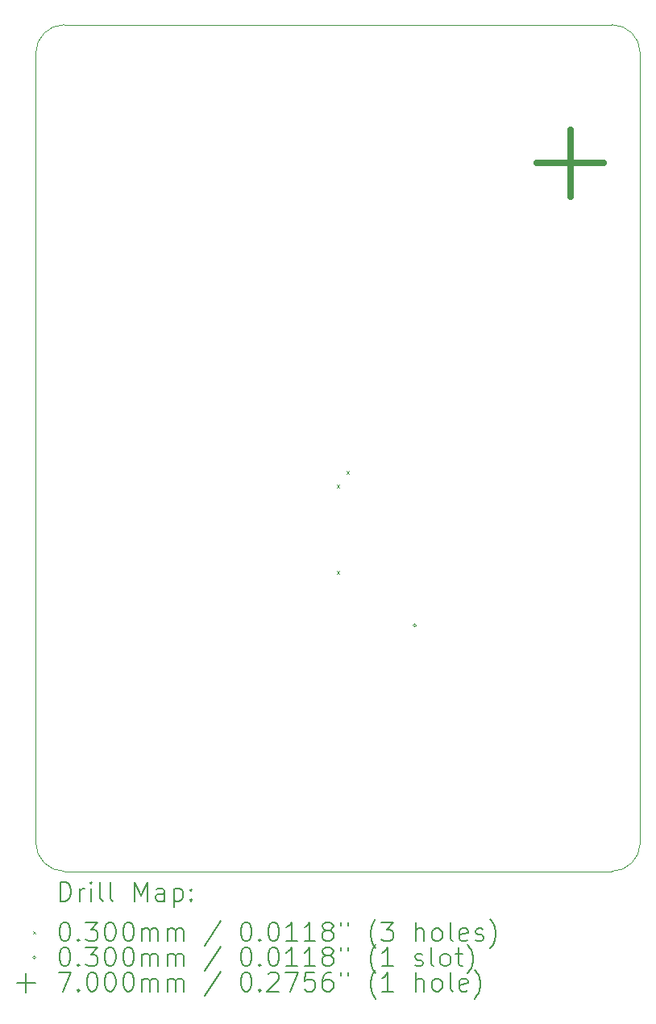
<source format=gbr>
%TF.GenerationSoftware,KiCad,Pcbnew,9.0.3*%
%TF.CreationDate,2025-07-14T03:19:36-04:00*%
%TF.ProjectId,CHEAPSUITS,43484541-5053-4554-9954-532e6b696361,rev?*%
%TF.SameCoordinates,Original*%
%TF.FileFunction,Drillmap*%
%TF.FilePolarity,Positive*%
%FSLAX45Y45*%
G04 Gerber Fmt 4.5, Leading zero omitted, Abs format (unit mm)*
G04 Created by KiCad (PCBNEW 9.0.3) date 2025-07-14 03:19:36*
%MOMM*%
%LPD*%
G01*
G04 APERTURE LIST*
%ADD10C,0.050000*%
%ADD11C,0.200000*%
%ADD12C,0.100000*%
%ADD13C,0.700000*%
G04 APERTURE END LIST*
D10*
X17404990Y-13444990D02*
X11654990Y-13444990D01*
X17404990Y-4554990D02*
G75*
G02*
X17704990Y-4854990I0J-300000D01*
G01*
X17704990Y-13144990D02*
G75*
G02*
X17404990Y-13444990I-300000J0D01*
G01*
X11354990Y-13144990D02*
X11354990Y-4854990D01*
X11354990Y-4854990D02*
G75*
G02*
X11654990Y-4554990I300000J0D01*
G01*
X17704990Y-4854990D02*
X17704990Y-13144990D01*
X11654990Y-13444990D02*
G75*
G02*
X11354990Y-13144990I0J300000D01*
G01*
X11654990Y-4554990D02*
X17404990Y-4554990D01*
D11*
D12*
X14515000Y-9385000D02*
X14545000Y-9415000D01*
X14545000Y-9385000D02*
X14515000Y-9415000D01*
X14515000Y-10295000D02*
X14545000Y-10325000D01*
X14545000Y-10295000D02*
X14515000Y-10325000D01*
X14615000Y-9245000D02*
X14645000Y-9275000D01*
X14645000Y-9245000D02*
X14615000Y-9275000D01*
X15350610Y-10863500D02*
G75*
G02*
X15320590Y-10863500I-15010J0D01*
G01*
X15320590Y-10863500D02*
G75*
G02*
X15350610Y-10863500I15010J0D01*
G01*
X15320590Y-10863485D02*
X15320590Y-10863515D01*
X15350610Y-10863515D02*
G75*
G02*
X15320590Y-10863515I-15010J0D01*
G01*
X15350610Y-10863515D02*
X15350610Y-10863485D01*
X15350610Y-10863485D02*
G75*
G03*
X15320590Y-10863485I-15010J0D01*
G01*
D13*
X16970000Y-5660000D02*
X16970000Y-6360000D01*
X16620000Y-6010000D02*
X17320000Y-6010000D01*
D11*
X11613267Y-13758974D02*
X11613267Y-13558974D01*
X11613267Y-13558974D02*
X11660886Y-13558974D01*
X11660886Y-13558974D02*
X11689457Y-13568498D01*
X11689457Y-13568498D02*
X11708505Y-13587545D01*
X11708505Y-13587545D02*
X11718029Y-13606593D01*
X11718029Y-13606593D02*
X11727552Y-13644688D01*
X11727552Y-13644688D02*
X11727552Y-13673259D01*
X11727552Y-13673259D02*
X11718029Y-13711355D01*
X11718029Y-13711355D02*
X11708505Y-13730402D01*
X11708505Y-13730402D02*
X11689457Y-13749450D01*
X11689457Y-13749450D02*
X11660886Y-13758974D01*
X11660886Y-13758974D02*
X11613267Y-13758974D01*
X11813267Y-13758974D02*
X11813267Y-13625640D01*
X11813267Y-13663736D02*
X11822791Y-13644688D01*
X11822791Y-13644688D02*
X11832314Y-13635164D01*
X11832314Y-13635164D02*
X11851362Y-13625640D01*
X11851362Y-13625640D02*
X11870410Y-13625640D01*
X11937076Y-13758974D02*
X11937076Y-13625640D01*
X11937076Y-13558974D02*
X11927552Y-13568498D01*
X11927552Y-13568498D02*
X11937076Y-13578021D01*
X11937076Y-13578021D02*
X11946600Y-13568498D01*
X11946600Y-13568498D02*
X11937076Y-13558974D01*
X11937076Y-13558974D02*
X11937076Y-13578021D01*
X12060886Y-13758974D02*
X12041838Y-13749450D01*
X12041838Y-13749450D02*
X12032314Y-13730402D01*
X12032314Y-13730402D02*
X12032314Y-13558974D01*
X12165648Y-13758974D02*
X12146600Y-13749450D01*
X12146600Y-13749450D02*
X12137076Y-13730402D01*
X12137076Y-13730402D02*
X12137076Y-13558974D01*
X12394219Y-13758974D02*
X12394219Y-13558974D01*
X12394219Y-13558974D02*
X12460886Y-13701831D01*
X12460886Y-13701831D02*
X12527552Y-13558974D01*
X12527552Y-13558974D02*
X12527552Y-13758974D01*
X12708505Y-13758974D02*
X12708505Y-13654212D01*
X12708505Y-13654212D02*
X12698981Y-13635164D01*
X12698981Y-13635164D02*
X12679933Y-13625640D01*
X12679933Y-13625640D02*
X12641838Y-13625640D01*
X12641838Y-13625640D02*
X12622791Y-13635164D01*
X12708505Y-13749450D02*
X12689457Y-13758974D01*
X12689457Y-13758974D02*
X12641838Y-13758974D01*
X12641838Y-13758974D02*
X12622791Y-13749450D01*
X12622791Y-13749450D02*
X12613267Y-13730402D01*
X12613267Y-13730402D02*
X12613267Y-13711355D01*
X12613267Y-13711355D02*
X12622791Y-13692307D01*
X12622791Y-13692307D02*
X12641838Y-13682783D01*
X12641838Y-13682783D02*
X12689457Y-13682783D01*
X12689457Y-13682783D02*
X12708505Y-13673259D01*
X12803743Y-13625640D02*
X12803743Y-13825640D01*
X12803743Y-13635164D02*
X12822791Y-13625640D01*
X12822791Y-13625640D02*
X12860886Y-13625640D01*
X12860886Y-13625640D02*
X12879933Y-13635164D01*
X12879933Y-13635164D02*
X12889457Y-13644688D01*
X12889457Y-13644688D02*
X12898981Y-13663736D01*
X12898981Y-13663736D02*
X12898981Y-13720878D01*
X12898981Y-13720878D02*
X12889457Y-13739926D01*
X12889457Y-13739926D02*
X12879933Y-13749450D01*
X12879933Y-13749450D02*
X12860886Y-13758974D01*
X12860886Y-13758974D02*
X12822791Y-13758974D01*
X12822791Y-13758974D02*
X12803743Y-13749450D01*
X12984695Y-13739926D02*
X12994219Y-13749450D01*
X12994219Y-13749450D02*
X12984695Y-13758974D01*
X12984695Y-13758974D02*
X12975172Y-13749450D01*
X12975172Y-13749450D02*
X12984695Y-13739926D01*
X12984695Y-13739926D02*
X12984695Y-13758974D01*
X12984695Y-13635164D02*
X12994219Y-13644688D01*
X12994219Y-13644688D02*
X12984695Y-13654212D01*
X12984695Y-13654212D02*
X12975172Y-13644688D01*
X12975172Y-13644688D02*
X12984695Y-13635164D01*
X12984695Y-13635164D02*
X12984695Y-13654212D01*
D12*
X11322490Y-14072490D02*
X11352490Y-14102490D01*
X11352490Y-14072490D02*
X11322490Y-14102490D01*
D11*
X11651362Y-13978974D02*
X11670410Y-13978974D01*
X11670410Y-13978974D02*
X11689457Y-13988498D01*
X11689457Y-13988498D02*
X11698981Y-13998021D01*
X11698981Y-13998021D02*
X11708505Y-14017069D01*
X11708505Y-14017069D02*
X11718029Y-14055164D01*
X11718029Y-14055164D02*
X11718029Y-14102783D01*
X11718029Y-14102783D02*
X11708505Y-14140878D01*
X11708505Y-14140878D02*
X11698981Y-14159926D01*
X11698981Y-14159926D02*
X11689457Y-14169450D01*
X11689457Y-14169450D02*
X11670410Y-14178974D01*
X11670410Y-14178974D02*
X11651362Y-14178974D01*
X11651362Y-14178974D02*
X11632314Y-14169450D01*
X11632314Y-14169450D02*
X11622791Y-14159926D01*
X11622791Y-14159926D02*
X11613267Y-14140878D01*
X11613267Y-14140878D02*
X11603743Y-14102783D01*
X11603743Y-14102783D02*
X11603743Y-14055164D01*
X11603743Y-14055164D02*
X11613267Y-14017069D01*
X11613267Y-14017069D02*
X11622791Y-13998021D01*
X11622791Y-13998021D02*
X11632314Y-13988498D01*
X11632314Y-13988498D02*
X11651362Y-13978974D01*
X11803743Y-14159926D02*
X11813267Y-14169450D01*
X11813267Y-14169450D02*
X11803743Y-14178974D01*
X11803743Y-14178974D02*
X11794219Y-14169450D01*
X11794219Y-14169450D02*
X11803743Y-14159926D01*
X11803743Y-14159926D02*
X11803743Y-14178974D01*
X11879933Y-13978974D02*
X12003743Y-13978974D01*
X12003743Y-13978974D02*
X11937076Y-14055164D01*
X11937076Y-14055164D02*
X11965648Y-14055164D01*
X11965648Y-14055164D02*
X11984695Y-14064688D01*
X11984695Y-14064688D02*
X11994219Y-14074212D01*
X11994219Y-14074212D02*
X12003743Y-14093259D01*
X12003743Y-14093259D02*
X12003743Y-14140878D01*
X12003743Y-14140878D02*
X11994219Y-14159926D01*
X11994219Y-14159926D02*
X11984695Y-14169450D01*
X11984695Y-14169450D02*
X11965648Y-14178974D01*
X11965648Y-14178974D02*
X11908505Y-14178974D01*
X11908505Y-14178974D02*
X11889457Y-14169450D01*
X11889457Y-14169450D02*
X11879933Y-14159926D01*
X12127552Y-13978974D02*
X12146600Y-13978974D01*
X12146600Y-13978974D02*
X12165648Y-13988498D01*
X12165648Y-13988498D02*
X12175172Y-13998021D01*
X12175172Y-13998021D02*
X12184695Y-14017069D01*
X12184695Y-14017069D02*
X12194219Y-14055164D01*
X12194219Y-14055164D02*
X12194219Y-14102783D01*
X12194219Y-14102783D02*
X12184695Y-14140878D01*
X12184695Y-14140878D02*
X12175172Y-14159926D01*
X12175172Y-14159926D02*
X12165648Y-14169450D01*
X12165648Y-14169450D02*
X12146600Y-14178974D01*
X12146600Y-14178974D02*
X12127552Y-14178974D01*
X12127552Y-14178974D02*
X12108505Y-14169450D01*
X12108505Y-14169450D02*
X12098981Y-14159926D01*
X12098981Y-14159926D02*
X12089457Y-14140878D01*
X12089457Y-14140878D02*
X12079933Y-14102783D01*
X12079933Y-14102783D02*
X12079933Y-14055164D01*
X12079933Y-14055164D02*
X12089457Y-14017069D01*
X12089457Y-14017069D02*
X12098981Y-13998021D01*
X12098981Y-13998021D02*
X12108505Y-13988498D01*
X12108505Y-13988498D02*
X12127552Y-13978974D01*
X12318029Y-13978974D02*
X12337076Y-13978974D01*
X12337076Y-13978974D02*
X12356124Y-13988498D01*
X12356124Y-13988498D02*
X12365648Y-13998021D01*
X12365648Y-13998021D02*
X12375172Y-14017069D01*
X12375172Y-14017069D02*
X12384695Y-14055164D01*
X12384695Y-14055164D02*
X12384695Y-14102783D01*
X12384695Y-14102783D02*
X12375172Y-14140878D01*
X12375172Y-14140878D02*
X12365648Y-14159926D01*
X12365648Y-14159926D02*
X12356124Y-14169450D01*
X12356124Y-14169450D02*
X12337076Y-14178974D01*
X12337076Y-14178974D02*
X12318029Y-14178974D01*
X12318029Y-14178974D02*
X12298981Y-14169450D01*
X12298981Y-14169450D02*
X12289457Y-14159926D01*
X12289457Y-14159926D02*
X12279933Y-14140878D01*
X12279933Y-14140878D02*
X12270410Y-14102783D01*
X12270410Y-14102783D02*
X12270410Y-14055164D01*
X12270410Y-14055164D02*
X12279933Y-14017069D01*
X12279933Y-14017069D02*
X12289457Y-13998021D01*
X12289457Y-13998021D02*
X12298981Y-13988498D01*
X12298981Y-13988498D02*
X12318029Y-13978974D01*
X12470410Y-14178974D02*
X12470410Y-14045640D01*
X12470410Y-14064688D02*
X12479933Y-14055164D01*
X12479933Y-14055164D02*
X12498981Y-14045640D01*
X12498981Y-14045640D02*
X12527553Y-14045640D01*
X12527553Y-14045640D02*
X12546600Y-14055164D01*
X12546600Y-14055164D02*
X12556124Y-14074212D01*
X12556124Y-14074212D02*
X12556124Y-14178974D01*
X12556124Y-14074212D02*
X12565648Y-14055164D01*
X12565648Y-14055164D02*
X12584695Y-14045640D01*
X12584695Y-14045640D02*
X12613267Y-14045640D01*
X12613267Y-14045640D02*
X12632314Y-14055164D01*
X12632314Y-14055164D02*
X12641838Y-14074212D01*
X12641838Y-14074212D02*
X12641838Y-14178974D01*
X12737076Y-14178974D02*
X12737076Y-14045640D01*
X12737076Y-14064688D02*
X12746600Y-14055164D01*
X12746600Y-14055164D02*
X12765648Y-14045640D01*
X12765648Y-14045640D02*
X12794219Y-14045640D01*
X12794219Y-14045640D02*
X12813267Y-14055164D01*
X12813267Y-14055164D02*
X12822791Y-14074212D01*
X12822791Y-14074212D02*
X12822791Y-14178974D01*
X12822791Y-14074212D02*
X12832314Y-14055164D01*
X12832314Y-14055164D02*
X12851362Y-14045640D01*
X12851362Y-14045640D02*
X12879933Y-14045640D01*
X12879933Y-14045640D02*
X12898981Y-14055164D01*
X12898981Y-14055164D02*
X12908505Y-14074212D01*
X12908505Y-14074212D02*
X12908505Y-14178974D01*
X13298981Y-13969450D02*
X13127553Y-14226593D01*
X13556124Y-13978974D02*
X13575172Y-13978974D01*
X13575172Y-13978974D02*
X13594219Y-13988498D01*
X13594219Y-13988498D02*
X13603743Y-13998021D01*
X13603743Y-13998021D02*
X13613267Y-14017069D01*
X13613267Y-14017069D02*
X13622791Y-14055164D01*
X13622791Y-14055164D02*
X13622791Y-14102783D01*
X13622791Y-14102783D02*
X13613267Y-14140878D01*
X13613267Y-14140878D02*
X13603743Y-14159926D01*
X13603743Y-14159926D02*
X13594219Y-14169450D01*
X13594219Y-14169450D02*
X13575172Y-14178974D01*
X13575172Y-14178974D02*
X13556124Y-14178974D01*
X13556124Y-14178974D02*
X13537076Y-14169450D01*
X13537076Y-14169450D02*
X13527553Y-14159926D01*
X13527553Y-14159926D02*
X13518029Y-14140878D01*
X13518029Y-14140878D02*
X13508505Y-14102783D01*
X13508505Y-14102783D02*
X13508505Y-14055164D01*
X13508505Y-14055164D02*
X13518029Y-14017069D01*
X13518029Y-14017069D02*
X13527553Y-13998021D01*
X13527553Y-13998021D02*
X13537076Y-13988498D01*
X13537076Y-13988498D02*
X13556124Y-13978974D01*
X13708505Y-14159926D02*
X13718029Y-14169450D01*
X13718029Y-14169450D02*
X13708505Y-14178974D01*
X13708505Y-14178974D02*
X13698981Y-14169450D01*
X13698981Y-14169450D02*
X13708505Y-14159926D01*
X13708505Y-14159926D02*
X13708505Y-14178974D01*
X13841838Y-13978974D02*
X13860886Y-13978974D01*
X13860886Y-13978974D02*
X13879934Y-13988498D01*
X13879934Y-13988498D02*
X13889457Y-13998021D01*
X13889457Y-13998021D02*
X13898981Y-14017069D01*
X13898981Y-14017069D02*
X13908505Y-14055164D01*
X13908505Y-14055164D02*
X13908505Y-14102783D01*
X13908505Y-14102783D02*
X13898981Y-14140878D01*
X13898981Y-14140878D02*
X13889457Y-14159926D01*
X13889457Y-14159926D02*
X13879934Y-14169450D01*
X13879934Y-14169450D02*
X13860886Y-14178974D01*
X13860886Y-14178974D02*
X13841838Y-14178974D01*
X13841838Y-14178974D02*
X13822791Y-14169450D01*
X13822791Y-14169450D02*
X13813267Y-14159926D01*
X13813267Y-14159926D02*
X13803743Y-14140878D01*
X13803743Y-14140878D02*
X13794219Y-14102783D01*
X13794219Y-14102783D02*
X13794219Y-14055164D01*
X13794219Y-14055164D02*
X13803743Y-14017069D01*
X13803743Y-14017069D02*
X13813267Y-13998021D01*
X13813267Y-13998021D02*
X13822791Y-13988498D01*
X13822791Y-13988498D02*
X13841838Y-13978974D01*
X14098981Y-14178974D02*
X13984696Y-14178974D01*
X14041838Y-14178974D02*
X14041838Y-13978974D01*
X14041838Y-13978974D02*
X14022791Y-14007545D01*
X14022791Y-14007545D02*
X14003743Y-14026593D01*
X14003743Y-14026593D02*
X13984696Y-14036117D01*
X14289457Y-14178974D02*
X14175172Y-14178974D01*
X14232315Y-14178974D02*
X14232315Y-13978974D01*
X14232315Y-13978974D02*
X14213267Y-14007545D01*
X14213267Y-14007545D02*
X14194219Y-14026593D01*
X14194219Y-14026593D02*
X14175172Y-14036117D01*
X14403743Y-14064688D02*
X14384696Y-14055164D01*
X14384696Y-14055164D02*
X14375172Y-14045640D01*
X14375172Y-14045640D02*
X14365648Y-14026593D01*
X14365648Y-14026593D02*
X14365648Y-14017069D01*
X14365648Y-14017069D02*
X14375172Y-13998021D01*
X14375172Y-13998021D02*
X14384696Y-13988498D01*
X14384696Y-13988498D02*
X14403743Y-13978974D01*
X14403743Y-13978974D02*
X14441838Y-13978974D01*
X14441838Y-13978974D02*
X14460886Y-13988498D01*
X14460886Y-13988498D02*
X14470410Y-13998021D01*
X14470410Y-13998021D02*
X14479934Y-14017069D01*
X14479934Y-14017069D02*
X14479934Y-14026593D01*
X14479934Y-14026593D02*
X14470410Y-14045640D01*
X14470410Y-14045640D02*
X14460886Y-14055164D01*
X14460886Y-14055164D02*
X14441838Y-14064688D01*
X14441838Y-14064688D02*
X14403743Y-14064688D01*
X14403743Y-14064688D02*
X14384696Y-14074212D01*
X14384696Y-14074212D02*
X14375172Y-14083736D01*
X14375172Y-14083736D02*
X14365648Y-14102783D01*
X14365648Y-14102783D02*
X14365648Y-14140878D01*
X14365648Y-14140878D02*
X14375172Y-14159926D01*
X14375172Y-14159926D02*
X14384696Y-14169450D01*
X14384696Y-14169450D02*
X14403743Y-14178974D01*
X14403743Y-14178974D02*
X14441838Y-14178974D01*
X14441838Y-14178974D02*
X14460886Y-14169450D01*
X14460886Y-14169450D02*
X14470410Y-14159926D01*
X14470410Y-14159926D02*
X14479934Y-14140878D01*
X14479934Y-14140878D02*
X14479934Y-14102783D01*
X14479934Y-14102783D02*
X14470410Y-14083736D01*
X14470410Y-14083736D02*
X14460886Y-14074212D01*
X14460886Y-14074212D02*
X14441838Y-14064688D01*
X14556124Y-13978974D02*
X14556124Y-14017069D01*
X14632315Y-13978974D02*
X14632315Y-14017069D01*
X14927553Y-14255164D02*
X14918029Y-14245640D01*
X14918029Y-14245640D02*
X14898981Y-14217069D01*
X14898981Y-14217069D02*
X14889458Y-14198021D01*
X14889458Y-14198021D02*
X14879934Y-14169450D01*
X14879934Y-14169450D02*
X14870410Y-14121831D01*
X14870410Y-14121831D02*
X14870410Y-14083736D01*
X14870410Y-14083736D02*
X14879934Y-14036117D01*
X14879934Y-14036117D02*
X14889458Y-14007545D01*
X14889458Y-14007545D02*
X14898981Y-13988498D01*
X14898981Y-13988498D02*
X14918029Y-13959926D01*
X14918029Y-13959926D02*
X14927553Y-13950402D01*
X14984696Y-13978974D02*
X15108505Y-13978974D01*
X15108505Y-13978974D02*
X15041838Y-14055164D01*
X15041838Y-14055164D02*
X15070410Y-14055164D01*
X15070410Y-14055164D02*
X15089458Y-14064688D01*
X15089458Y-14064688D02*
X15098981Y-14074212D01*
X15098981Y-14074212D02*
X15108505Y-14093259D01*
X15108505Y-14093259D02*
X15108505Y-14140878D01*
X15108505Y-14140878D02*
X15098981Y-14159926D01*
X15098981Y-14159926D02*
X15089458Y-14169450D01*
X15089458Y-14169450D02*
X15070410Y-14178974D01*
X15070410Y-14178974D02*
X15013267Y-14178974D01*
X15013267Y-14178974D02*
X14994219Y-14169450D01*
X14994219Y-14169450D02*
X14984696Y-14159926D01*
X15346600Y-14178974D02*
X15346600Y-13978974D01*
X15432315Y-14178974D02*
X15432315Y-14074212D01*
X15432315Y-14074212D02*
X15422791Y-14055164D01*
X15422791Y-14055164D02*
X15403743Y-14045640D01*
X15403743Y-14045640D02*
X15375172Y-14045640D01*
X15375172Y-14045640D02*
X15356124Y-14055164D01*
X15356124Y-14055164D02*
X15346600Y-14064688D01*
X15556124Y-14178974D02*
X15537077Y-14169450D01*
X15537077Y-14169450D02*
X15527553Y-14159926D01*
X15527553Y-14159926D02*
X15518029Y-14140878D01*
X15518029Y-14140878D02*
X15518029Y-14083736D01*
X15518029Y-14083736D02*
X15527553Y-14064688D01*
X15527553Y-14064688D02*
X15537077Y-14055164D01*
X15537077Y-14055164D02*
X15556124Y-14045640D01*
X15556124Y-14045640D02*
X15584696Y-14045640D01*
X15584696Y-14045640D02*
X15603743Y-14055164D01*
X15603743Y-14055164D02*
X15613267Y-14064688D01*
X15613267Y-14064688D02*
X15622791Y-14083736D01*
X15622791Y-14083736D02*
X15622791Y-14140878D01*
X15622791Y-14140878D02*
X15613267Y-14159926D01*
X15613267Y-14159926D02*
X15603743Y-14169450D01*
X15603743Y-14169450D02*
X15584696Y-14178974D01*
X15584696Y-14178974D02*
X15556124Y-14178974D01*
X15737077Y-14178974D02*
X15718029Y-14169450D01*
X15718029Y-14169450D02*
X15708505Y-14150402D01*
X15708505Y-14150402D02*
X15708505Y-13978974D01*
X15889458Y-14169450D02*
X15870410Y-14178974D01*
X15870410Y-14178974D02*
X15832315Y-14178974D01*
X15832315Y-14178974D02*
X15813267Y-14169450D01*
X15813267Y-14169450D02*
X15803743Y-14150402D01*
X15803743Y-14150402D02*
X15803743Y-14074212D01*
X15803743Y-14074212D02*
X15813267Y-14055164D01*
X15813267Y-14055164D02*
X15832315Y-14045640D01*
X15832315Y-14045640D02*
X15870410Y-14045640D01*
X15870410Y-14045640D02*
X15889458Y-14055164D01*
X15889458Y-14055164D02*
X15898981Y-14074212D01*
X15898981Y-14074212D02*
X15898981Y-14093259D01*
X15898981Y-14093259D02*
X15803743Y-14112307D01*
X15975172Y-14169450D02*
X15994220Y-14178974D01*
X15994220Y-14178974D02*
X16032315Y-14178974D01*
X16032315Y-14178974D02*
X16051362Y-14169450D01*
X16051362Y-14169450D02*
X16060886Y-14150402D01*
X16060886Y-14150402D02*
X16060886Y-14140878D01*
X16060886Y-14140878D02*
X16051362Y-14121831D01*
X16051362Y-14121831D02*
X16032315Y-14112307D01*
X16032315Y-14112307D02*
X16003743Y-14112307D01*
X16003743Y-14112307D02*
X15984696Y-14102783D01*
X15984696Y-14102783D02*
X15975172Y-14083736D01*
X15975172Y-14083736D02*
X15975172Y-14074212D01*
X15975172Y-14074212D02*
X15984696Y-14055164D01*
X15984696Y-14055164D02*
X16003743Y-14045640D01*
X16003743Y-14045640D02*
X16032315Y-14045640D01*
X16032315Y-14045640D02*
X16051362Y-14055164D01*
X16127553Y-14255164D02*
X16137077Y-14245640D01*
X16137077Y-14245640D02*
X16156124Y-14217069D01*
X16156124Y-14217069D02*
X16165648Y-14198021D01*
X16165648Y-14198021D02*
X16175172Y-14169450D01*
X16175172Y-14169450D02*
X16184696Y-14121831D01*
X16184696Y-14121831D02*
X16184696Y-14083736D01*
X16184696Y-14083736D02*
X16175172Y-14036117D01*
X16175172Y-14036117D02*
X16165648Y-14007545D01*
X16165648Y-14007545D02*
X16156124Y-13988498D01*
X16156124Y-13988498D02*
X16137077Y-13959926D01*
X16137077Y-13959926D02*
X16127553Y-13950402D01*
D12*
X11352490Y-14351490D02*
G75*
G02*
X11322470Y-14351490I-15010J0D01*
G01*
X11322470Y-14351490D02*
G75*
G02*
X11352490Y-14351490I15010J0D01*
G01*
D11*
X11651362Y-14242974D02*
X11670410Y-14242974D01*
X11670410Y-14242974D02*
X11689457Y-14252498D01*
X11689457Y-14252498D02*
X11698981Y-14262021D01*
X11698981Y-14262021D02*
X11708505Y-14281069D01*
X11708505Y-14281069D02*
X11718029Y-14319164D01*
X11718029Y-14319164D02*
X11718029Y-14366783D01*
X11718029Y-14366783D02*
X11708505Y-14404878D01*
X11708505Y-14404878D02*
X11698981Y-14423926D01*
X11698981Y-14423926D02*
X11689457Y-14433450D01*
X11689457Y-14433450D02*
X11670410Y-14442974D01*
X11670410Y-14442974D02*
X11651362Y-14442974D01*
X11651362Y-14442974D02*
X11632314Y-14433450D01*
X11632314Y-14433450D02*
X11622791Y-14423926D01*
X11622791Y-14423926D02*
X11613267Y-14404878D01*
X11613267Y-14404878D02*
X11603743Y-14366783D01*
X11603743Y-14366783D02*
X11603743Y-14319164D01*
X11603743Y-14319164D02*
X11613267Y-14281069D01*
X11613267Y-14281069D02*
X11622791Y-14262021D01*
X11622791Y-14262021D02*
X11632314Y-14252498D01*
X11632314Y-14252498D02*
X11651362Y-14242974D01*
X11803743Y-14423926D02*
X11813267Y-14433450D01*
X11813267Y-14433450D02*
X11803743Y-14442974D01*
X11803743Y-14442974D02*
X11794219Y-14433450D01*
X11794219Y-14433450D02*
X11803743Y-14423926D01*
X11803743Y-14423926D02*
X11803743Y-14442974D01*
X11879933Y-14242974D02*
X12003743Y-14242974D01*
X12003743Y-14242974D02*
X11937076Y-14319164D01*
X11937076Y-14319164D02*
X11965648Y-14319164D01*
X11965648Y-14319164D02*
X11984695Y-14328688D01*
X11984695Y-14328688D02*
X11994219Y-14338212D01*
X11994219Y-14338212D02*
X12003743Y-14357259D01*
X12003743Y-14357259D02*
X12003743Y-14404878D01*
X12003743Y-14404878D02*
X11994219Y-14423926D01*
X11994219Y-14423926D02*
X11984695Y-14433450D01*
X11984695Y-14433450D02*
X11965648Y-14442974D01*
X11965648Y-14442974D02*
X11908505Y-14442974D01*
X11908505Y-14442974D02*
X11889457Y-14433450D01*
X11889457Y-14433450D02*
X11879933Y-14423926D01*
X12127552Y-14242974D02*
X12146600Y-14242974D01*
X12146600Y-14242974D02*
X12165648Y-14252498D01*
X12165648Y-14252498D02*
X12175172Y-14262021D01*
X12175172Y-14262021D02*
X12184695Y-14281069D01*
X12184695Y-14281069D02*
X12194219Y-14319164D01*
X12194219Y-14319164D02*
X12194219Y-14366783D01*
X12194219Y-14366783D02*
X12184695Y-14404878D01*
X12184695Y-14404878D02*
X12175172Y-14423926D01*
X12175172Y-14423926D02*
X12165648Y-14433450D01*
X12165648Y-14433450D02*
X12146600Y-14442974D01*
X12146600Y-14442974D02*
X12127552Y-14442974D01*
X12127552Y-14442974D02*
X12108505Y-14433450D01*
X12108505Y-14433450D02*
X12098981Y-14423926D01*
X12098981Y-14423926D02*
X12089457Y-14404878D01*
X12089457Y-14404878D02*
X12079933Y-14366783D01*
X12079933Y-14366783D02*
X12079933Y-14319164D01*
X12079933Y-14319164D02*
X12089457Y-14281069D01*
X12089457Y-14281069D02*
X12098981Y-14262021D01*
X12098981Y-14262021D02*
X12108505Y-14252498D01*
X12108505Y-14252498D02*
X12127552Y-14242974D01*
X12318029Y-14242974D02*
X12337076Y-14242974D01*
X12337076Y-14242974D02*
X12356124Y-14252498D01*
X12356124Y-14252498D02*
X12365648Y-14262021D01*
X12365648Y-14262021D02*
X12375172Y-14281069D01*
X12375172Y-14281069D02*
X12384695Y-14319164D01*
X12384695Y-14319164D02*
X12384695Y-14366783D01*
X12384695Y-14366783D02*
X12375172Y-14404878D01*
X12375172Y-14404878D02*
X12365648Y-14423926D01*
X12365648Y-14423926D02*
X12356124Y-14433450D01*
X12356124Y-14433450D02*
X12337076Y-14442974D01*
X12337076Y-14442974D02*
X12318029Y-14442974D01*
X12318029Y-14442974D02*
X12298981Y-14433450D01*
X12298981Y-14433450D02*
X12289457Y-14423926D01*
X12289457Y-14423926D02*
X12279933Y-14404878D01*
X12279933Y-14404878D02*
X12270410Y-14366783D01*
X12270410Y-14366783D02*
X12270410Y-14319164D01*
X12270410Y-14319164D02*
X12279933Y-14281069D01*
X12279933Y-14281069D02*
X12289457Y-14262021D01*
X12289457Y-14262021D02*
X12298981Y-14252498D01*
X12298981Y-14252498D02*
X12318029Y-14242974D01*
X12470410Y-14442974D02*
X12470410Y-14309640D01*
X12470410Y-14328688D02*
X12479933Y-14319164D01*
X12479933Y-14319164D02*
X12498981Y-14309640D01*
X12498981Y-14309640D02*
X12527553Y-14309640D01*
X12527553Y-14309640D02*
X12546600Y-14319164D01*
X12546600Y-14319164D02*
X12556124Y-14338212D01*
X12556124Y-14338212D02*
X12556124Y-14442974D01*
X12556124Y-14338212D02*
X12565648Y-14319164D01*
X12565648Y-14319164D02*
X12584695Y-14309640D01*
X12584695Y-14309640D02*
X12613267Y-14309640D01*
X12613267Y-14309640D02*
X12632314Y-14319164D01*
X12632314Y-14319164D02*
X12641838Y-14338212D01*
X12641838Y-14338212D02*
X12641838Y-14442974D01*
X12737076Y-14442974D02*
X12737076Y-14309640D01*
X12737076Y-14328688D02*
X12746600Y-14319164D01*
X12746600Y-14319164D02*
X12765648Y-14309640D01*
X12765648Y-14309640D02*
X12794219Y-14309640D01*
X12794219Y-14309640D02*
X12813267Y-14319164D01*
X12813267Y-14319164D02*
X12822791Y-14338212D01*
X12822791Y-14338212D02*
X12822791Y-14442974D01*
X12822791Y-14338212D02*
X12832314Y-14319164D01*
X12832314Y-14319164D02*
X12851362Y-14309640D01*
X12851362Y-14309640D02*
X12879933Y-14309640D01*
X12879933Y-14309640D02*
X12898981Y-14319164D01*
X12898981Y-14319164D02*
X12908505Y-14338212D01*
X12908505Y-14338212D02*
X12908505Y-14442974D01*
X13298981Y-14233450D02*
X13127553Y-14490593D01*
X13556124Y-14242974D02*
X13575172Y-14242974D01*
X13575172Y-14242974D02*
X13594219Y-14252498D01*
X13594219Y-14252498D02*
X13603743Y-14262021D01*
X13603743Y-14262021D02*
X13613267Y-14281069D01*
X13613267Y-14281069D02*
X13622791Y-14319164D01*
X13622791Y-14319164D02*
X13622791Y-14366783D01*
X13622791Y-14366783D02*
X13613267Y-14404878D01*
X13613267Y-14404878D02*
X13603743Y-14423926D01*
X13603743Y-14423926D02*
X13594219Y-14433450D01*
X13594219Y-14433450D02*
X13575172Y-14442974D01*
X13575172Y-14442974D02*
X13556124Y-14442974D01*
X13556124Y-14442974D02*
X13537076Y-14433450D01*
X13537076Y-14433450D02*
X13527553Y-14423926D01*
X13527553Y-14423926D02*
X13518029Y-14404878D01*
X13518029Y-14404878D02*
X13508505Y-14366783D01*
X13508505Y-14366783D02*
X13508505Y-14319164D01*
X13508505Y-14319164D02*
X13518029Y-14281069D01*
X13518029Y-14281069D02*
X13527553Y-14262021D01*
X13527553Y-14262021D02*
X13537076Y-14252498D01*
X13537076Y-14252498D02*
X13556124Y-14242974D01*
X13708505Y-14423926D02*
X13718029Y-14433450D01*
X13718029Y-14433450D02*
X13708505Y-14442974D01*
X13708505Y-14442974D02*
X13698981Y-14433450D01*
X13698981Y-14433450D02*
X13708505Y-14423926D01*
X13708505Y-14423926D02*
X13708505Y-14442974D01*
X13841838Y-14242974D02*
X13860886Y-14242974D01*
X13860886Y-14242974D02*
X13879934Y-14252498D01*
X13879934Y-14252498D02*
X13889457Y-14262021D01*
X13889457Y-14262021D02*
X13898981Y-14281069D01*
X13898981Y-14281069D02*
X13908505Y-14319164D01*
X13908505Y-14319164D02*
X13908505Y-14366783D01*
X13908505Y-14366783D02*
X13898981Y-14404878D01*
X13898981Y-14404878D02*
X13889457Y-14423926D01*
X13889457Y-14423926D02*
X13879934Y-14433450D01*
X13879934Y-14433450D02*
X13860886Y-14442974D01*
X13860886Y-14442974D02*
X13841838Y-14442974D01*
X13841838Y-14442974D02*
X13822791Y-14433450D01*
X13822791Y-14433450D02*
X13813267Y-14423926D01*
X13813267Y-14423926D02*
X13803743Y-14404878D01*
X13803743Y-14404878D02*
X13794219Y-14366783D01*
X13794219Y-14366783D02*
X13794219Y-14319164D01*
X13794219Y-14319164D02*
X13803743Y-14281069D01*
X13803743Y-14281069D02*
X13813267Y-14262021D01*
X13813267Y-14262021D02*
X13822791Y-14252498D01*
X13822791Y-14252498D02*
X13841838Y-14242974D01*
X14098981Y-14442974D02*
X13984696Y-14442974D01*
X14041838Y-14442974D02*
X14041838Y-14242974D01*
X14041838Y-14242974D02*
X14022791Y-14271545D01*
X14022791Y-14271545D02*
X14003743Y-14290593D01*
X14003743Y-14290593D02*
X13984696Y-14300117D01*
X14289457Y-14442974D02*
X14175172Y-14442974D01*
X14232315Y-14442974D02*
X14232315Y-14242974D01*
X14232315Y-14242974D02*
X14213267Y-14271545D01*
X14213267Y-14271545D02*
X14194219Y-14290593D01*
X14194219Y-14290593D02*
X14175172Y-14300117D01*
X14403743Y-14328688D02*
X14384696Y-14319164D01*
X14384696Y-14319164D02*
X14375172Y-14309640D01*
X14375172Y-14309640D02*
X14365648Y-14290593D01*
X14365648Y-14290593D02*
X14365648Y-14281069D01*
X14365648Y-14281069D02*
X14375172Y-14262021D01*
X14375172Y-14262021D02*
X14384696Y-14252498D01*
X14384696Y-14252498D02*
X14403743Y-14242974D01*
X14403743Y-14242974D02*
X14441838Y-14242974D01*
X14441838Y-14242974D02*
X14460886Y-14252498D01*
X14460886Y-14252498D02*
X14470410Y-14262021D01*
X14470410Y-14262021D02*
X14479934Y-14281069D01*
X14479934Y-14281069D02*
X14479934Y-14290593D01*
X14479934Y-14290593D02*
X14470410Y-14309640D01*
X14470410Y-14309640D02*
X14460886Y-14319164D01*
X14460886Y-14319164D02*
X14441838Y-14328688D01*
X14441838Y-14328688D02*
X14403743Y-14328688D01*
X14403743Y-14328688D02*
X14384696Y-14338212D01*
X14384696Y-14338212D02*
X14375172Y-14347736D01*
X14375172Y-14347736D02*
X14365648Y-14366783D01*
X14365648Y-14366783D02*
X14365648Y-14404878D01*
X14365648Y-14404878D02*
X14375172Y-14423926D01*
X14375172Y-14423926D02*
X14384696Y-14433450D01*
X14384696Y-14433450D02*
X14403743Y-14442974D01*
X14403743Y-14442974D02*
X14441838Y-14442974D01*
X14441838Y-14442974D02*
X14460886Y-14433450D01*
X14460886Y-14433450D02*
X14470410Y-14423926D01*
X14470410Y-14423926D02*
X14479934Y-14404878D01*
X14479934Y-14404878D02*
X14479934Y-14366783D01*
X14479934Y-14366783D02*
X14470410Y-14347736D01*
X14470410Y-14347736D02*
X14460886Y-14338212D01*
X14460886Y-14338212D02*
X14441838Y-14328688D01*
X14556124Y-14242974D02*
X14556124Y-14281069D01*
X14632315Y-14242974D02*
X14632315Y-14281069D01*
X14927553Y-14519164D02*
X14918029Y-14509640D01*
X14918029Y-14509640D02*
X14898981Y-14481069D01*
X14898981Y-14481069D02*
X14889458Y-14462021D01*
X14889458Y-14462021D02*
X14879934Y-14433450D01*
X14879934Y-14433450D02*
X14870410Y-14385831D01*
X14870410Y-14385831D02*
X14870410Y-14347736D01*
X14870410Y-14347736D02*
X14879934Y-14300117D01*
X14879934Y-14300117D02*
X14889458Y-14271545D01*
X14889458Y-14271545D02*
X14898981Y-14252498D01*
X14898981Y-14252498D02*
X14918029Y-14223926D01*
X14918029Y-14223926D02*
X14927553Y-14214402D01*
X15108505Y-14442974D02*
X14994219Y-14442974D01*
X15051362Y-14442974D02*
X15051362Y-14242974D01*
X15051362Y-14242974D02*
X15032315Y-14271545D01*
X15032315Y-14271545D02*
X15013267Y-14290593D01*
X15013267Y-14290593D02*
X14994219Y-14300117D01*
X15337077Y-14433450D02*
X15356124Y-14442974D01*
X15356124Y-14442974D02*
X15394219Y-14442974D01*
X15394219Y-14442974D02*
X15413267Y-14433450D01*
X15413267Y-14433450D02*
X15422791Y-14414402D01*
X15422791Y-14414402D02*
X15422791Y-14404878D01*
X15422791Y-14404878D02*
X15413267Y-14385831D01*
X15413267Y-14385831D02*
X15394219Y-14376307D01*
X15394219Y-14376307D02*
X15365648Y-14376307D01*
X15365648Y-14376307D02*
X15346600Y-14366783D01*
X15346600Y-14366783D02*
X15337077Y-14347736D01*
X15337077Y-14347736D02*
X15337077Y-14338212D01*
X15337077Y-14338212D02*
X15346600Y-14319164D01*
X15346600Y-14319164D02*
X15365648Y-14309640D01*
X15365648Y-14309640D02*
X15394219Y-14309640D01*
X15394219Y-14309640D02*
X15413267Y-14319164D01*
X15537077Y-14442974D02*
X15518029Y-14433450D01*
X15518029Y-14433450D02*
X15508505Y-14414402D01*
X15508505Y-14414402D02*
X15508505Y-14242974D01*
X15641839Y-14442974D02*
X15622791Y-14433450D01*
X15622791Y-14433450D02*
X15613267Y-14423926D01*
X15613267Y-14423926D02*
X15603743Y-14404878D01*
X15603743Y-14404878D02*
X15603743Y-14347736D01*
X15603743Y-14347736D02*
X15613267Y-14328688D01*
X15613267Y-14328688D02*
X15622791Y-14319164D01*
X15622791Y-14319164D02*
X15641839Y-14309640D01*
X15641839Y-14309640D02*
X15670410Y-14309640D01*
X15670410Y-14309640D02*
X15689458Y-14319164D01*
X15689458Y-14319164D02*
X15698981Y-14328688D01*
X15698981Y-14328688D02*
X15708505Y-14347736D01*
X15708505Y-14347736D02*
X15708505Y-14404878D01*
X15708505Y-14404878D02*
X15698981Y-14423926D01*
X15698981Y-14423926D02*
X15689458Y-14433450D01*
X15689458Y-14433450D02*
X15670410Y-14442974D01*
X15670410Y-14442974D02*
X15641839Y-14442974D01*
X15765648Y-14309640D02*
X15841839Y-14309640D01*
X15794220Y-14242974D02*
X15794220Y-14414402D01*
X15794220Y-14414402D02*
X15803743Y-14433450D01*
X15803743Y-14433450D02*
X15822791Y-14442974D01*
X15822791Y-14442974D02*
X15841839Y-14442974D01*
X15889458Y-14519164D02*
X15898981Y-14509640D01*
X15898981Y-14509640D02*
X15918029Y-14481069D01*
X15918029Y-14481069D02*
X15927553Y-14462021D01*
X15927553Y-14462021D02*
X15937077Y-14433450D01*
X15937077Y-14433450D02*
X15946600Y-14385831D01*
X15946600Y-14385831D02*
X15946600Y-14347736D01*
X15946600Y-14347736D02*
X15937077Y-14300117D01*
X15937077Y-14300117D02*
X15927553Y-14271545D01*
X15927553Y-14271545D02*
X15918029Y-14252498D01*
X15918029Y-14252498D02*
X15898981Y-14223926D01*
X15898981Y-14223926D02*
X15889458Y-14214402D01*
X11252490Y-14515490D02*
X11252490Y-14715490D01*
X11152490Y-14615490D02*
X11352490Y-14615490D01*
X11594219Y-14506974D02*
X11727552Y-14506974D01*
X11727552Y-14506974D02*
X11641838Y-14706974D01*
X11803743Y-14687926D02*
X11813267Y-14697450D01*
X11813267Y-14697450D02*
X11803743Y-14706974D01*
X11803743Y-14706974D02*
X11794219Y-14697450D01*
X11794219Y-14697450D02*
X11803743Y-14687926D01*
X11803743Y-14687926D02*
X11803743Y-14706974D01*
X11937076Y-14506974D02*
X11956124Y-14506974D01*
X11956124Y-14506974D02*
X11975172Y-14516498D01*
X11975172Y-14516498D02*
X11984695Y-14526021D01*
X11984695Y-14526021D02*
X11994219Y-14545069D01*
X11994219Y-14545069D02*
X12003743Y-14583164D01*
X12003743Y-14583164D02*
X12003743Y-14630783D01*
X12003743Y-14630783D02*
X11994219Y-14668878D01*
X11994219Y-14668878D02*
X11984695Y-14687926D01*
X11984695Y-14687926D02*
X11975172Y-14697450D01*
X11975172Y-14697450D02*
X11956124Y-14706974D01*
X11956124Y-14706974D02*
X11937076Y-14706974D01*
X11937076Y-14706974D02*
X11918029Y-14697450D01*
X11918029Y-14697450D02*
X11908505Y-14687926D01*
X11908505Y-14687926D02*
X11898981Y-14668878D01*
X11898981Y-14668878D02*
X11889457Y-14630783D01*
X11889457Y-14630783D02*
X11889457Y-14583164D01*
X11889457Y-14583164D02*
X11898981Y-14545069D01*
X11898981Y-14545069D02*
X11908505Y-14526021D01*
X11908505Y-14526021D02*
X11918029Y-14516498D01*
X11918029Y-14516498D02*
X11937076Y-14506974D01*
X12127552Y-14506974D02*
X12146600Y-14506974D01*
X12146600Y-14506974D02*
X12165648Y-14516498D01*
X12165648Y-14516498D02*
X12175172Y-14526021D01*
X12175172Y-14526021D02*
X12184695Y-14545069D01*
X12184695Y-14545069D02*
X12194219Y-14583164D01*
X12194219Y-14583164D02*
X12194219Y-14630783D01*
X12194219Y-14630783D02*
X12184695Y-14668878D01*
X12184695Y-14668878D02*
X12175172Y-14687926D01*
X12175172Y-14687926D02*
X12165648Y-14697450D01*
X12165648Y-14697450D02*
X12146600Y-14706974D01*
X12146600Y-14706974D02*
X12127552Y-14706974D01*
X12127552Y-14706974D02*
X12108505Y-14697450D01*
X12108505Y-14697450D02*
X12098981Y-14687926D01*
X12098981Y-14687926D02*
X12089457Y-14668878D01*
X12089457Y-14668878D02*
X12079933Y-14630783D01*
X12079933Y-14630783D02*
X12079933Y-14583164D01*
X12079933Y-14583164D02*
X12089457Y-14545069D01*
X12089457Y-14545069D02*
X12098981Y-14526021D01*
X12098981Y-14526021D02*
X12108505Y-14516498D01*
X12108505Y-14516498D02*
X12127552Y-14506974D01*
X12318029Y-14506974D02*
X12337076Y-14506974D01*
X12337076Y-14506974D02*
X12356124Y-14516498D01*
X12356124Y-14516498D02*
X12365648Y-14526021D01*
X12365648Y-14526021D02*
X12375172Y-14545069D01*
X12375172Y-14545069D02*
X12384695Y-14583164D01*
X12384695Y-14583164D02*
X12384695Y-14630783D01*
X12384695Y-14630783D02*
X12375172Y-14668878D01*
X12375172Y-14668878D02*
X12365648Y-14687926D01*
X12365648Y-14687926D02*
X12356124Y-14697450D01*
X12356124Y-14697450D02*
X12337076Y-14706974D01*
X12337076Y-14706974D02*
X12318029Y-14706974D01*
X12318029Y-14706974D02*
X12298981Y-14697450D01*
X12298981Y-14697450D02*
X12289457Y-14687926D01*
X12289457Y-14687926D02*
X12279933Y-14668878D01*
X12279933Y-14668878D02*
X12270410Y-14630783D01*
X12270410Y-14630783D02*
X12270410Y-14583164D01*
X12270410Y-14583164D02*
X12279933Y-14545069D01*
X12279933Y-14545069D02*
X12289457Y-14526021D01*
X12289457Y-14526021D02*
X12298981Y-14516498D01*
X12298981Y-14516498D02*
X12318029Y-14506974D01*
X12470410Y-14706974D02*
X12470410Y-14573640D01*
X12470410Y-14592688D02*
X12479933Y-14583164D01*
X12479933Y-14583164D02*
X12498981Y-14573640D01*
X12498981Y-14573640D02*
X12527553Y-14573640D01*
X12527553Y-14573640D02*
X12546600Y-14583164D01*
X12546600Y-14583164D02*
X12556124Y-14602212D01*
X12556124Y-14602212D02*
X12556124Y-14706974D01*
X12556124Y-14602212D02*
X12565648Y-14583164D01*
X12565648Y-14583164D02*
X12584695Y-14573640D01*
X12584695Y-14573640D02*
X12613267Y-14573640D01*
X12613267Y-14573640D02*
X12632314Y-14583164D01*
X12632314Y-14583164D02*
X12641838Y-14602212D01*
X12641838Y-14602212D02*
X12641838Y-14706974D01*
X12737076Y-14706974D02*
X12737076Y-14573640D01*
X12737076Y-14592688D02*
X12746600Y-14583164D01*
X12746600Y-14583164D02*
X12765648Y-14573640D01*
X12765648Y-14573640D02*
X12794219Y-14573640D01*
X12794219Y-14573640D02*
X12813267Y-14583164D01*
X12813267Y-14583164D02*
X12822791Y-14602212D01*
X12822791Y-14602212D02*
X12822791Y-14706974D01*
X12822791Y-14602212D02*
X12832314Y-14583164D01*
X12832314Y-14583164D02*
X12851362Y-14573640D01*
X12851362Y-14573640D02*
X12879933Y-14573640D01*
X12879933Y-14573640D02*
X12898981Y-14583164D01*
X12898981Y-14583164D02*
X12908505Y-14602212D01*
X12908505Y-14602212D02*
X12908505Y-14706974D01*
X13298981Y-14497450D02*
X13127553Y-14754593D01*
X13556124Y-14506974D02*
X13575172Y-14506974D01*
X13575172Y-14506974D02*
X13594219Y-14516498D01*
X13594219Y-14516498D02*
X13603743Y-14526021D01*
X13603743Y-14526021D02*
X13613267Y-14545069D01*
X13613267Y-14545069D02*
X13622791Y-14583164D01*
X13622791Y-14583164D02*
X13622791Y-14630783D01*
X13622791Y-14630783D02*
X13613267Y-14668878D01*
X13613267Y-14668878D02*
X13603743Y-14687926D01*
X13603743Y-14687926D02*
X13594219Y-14697450D01*
X13594219Y-14697450D02*
X13575172Y-14706974D01*
X13575172Y-14706974D02*
X13556124Y-14706974D01*
X13556124Y-14706974D02*
X13537076Y-14697450D01*
X13537076Y-14697450D02*
X13527553Y-14687926D01*
X13527553Y-14687926D02*
X13518029Y-14668878D01*
X13518029Y-14668878D02*
X13508505Y-14630783D01*
X13508505Y-14630783D02*
X13508505Y-14583164D01*
X13508505Y-14583164D02*
X13518029Y-14545069D01*
X13518029Y-14545069D02*
X13527553Y-14526021D01*
X13527553Y-14526021D02*
X13537076Y-14516498D01*
X13537076Y-14516498D02*
X13556124Y-14506974D01*
X13708505Y-14687926D02*
X13718029Y-14697450D01*
X13718029Y-14697450D02*
X13708505Y-14706974D01*
X13708505Y-14706974D02*
X13698981Y-14697450D01*
X13698981Y-14697450D02*
X13708505Y-14687926D01*
X13708505Y-14687926D02*
X13708505Y-14706974D01*
X13794219Y-14526021D02*
X13803743Y-14516498D01*
X13803743Y-14516498D02*
X13822791Y-14506974D01*
X13822791Y-14506974D02*
X13870410Y-14506974D01*
X13870410Y-14506974D02*
X13889457Y-14516498D01*
X13889457Y-14516498D02*
X13898981Y-14526021D01*
X13898981Y-14526021D02*
X13908505Y-14545069D01*
X13908505Y-14545069D02*
X13908505Y-14564117D01*
X13908505Y-14564117D02*
X13898981Y-14592688D01*
X13898981Y-14592688D02*
X13784696Y-14706974D01*
X13784696Y-14706974D02*
X13908505Y-14706974D01*
X13975172Y-14506974D02*
X14108505Y-14506974D01*
X14108505Y-14506974D02*
X14022791Y-14706974D01*
X14279934Y-14506974D02*
X14184696Y-14506974D01*
X14184696Y-14506974D02*
X14175172Y-14602212D01*
X14175172Y-14602212D02*
X14184696Y-14592688D01*
X14184696Y-14592688D02*
X14203743Y-14583164D01*
X14203743Y-14583164D02*
X14251362Y-14583164D01*
X14251362Y-14583164D02*
X14270410Y-14592688D01*
X14270410Y-14592688D02*
X14279934Y-14602212D01*
X14279934Y-14602212D02*
X14289457Y-14621259D01*
X14289457Y-14621259D02*
X14289457Y-14668878D01*
X14289457Y-14668878D02*
X14279934Y-14687926D01*
X14279934Y-14687926D02*
X14270410Y-14697450D01*
X14270410Y-14697450D02*
X14251362Y-14706974D01*
X14251362Y-14706974D02*
X14203743Y-14706974D01*
X14203743Y-14706974D02*
X14184696Y-14697450D01*
X14184696Y-14697450D02*
X14175172Y-14687926D01*
X14460886Y-14506974D02*
X14422791Y-14506974D01*
X14422791Y-14506974D02*
X14403743Y-14516498D01*
X14403743Y-14516498D02*
X14394219Y-14526021D01*
X14394219Y-14526021D02*
X14375172Y-14554593D01*
X14375172Y-14554593D02*
X14365648Y-14592688D01*
X14365648Y-14592688D02*
X14365648Y-14668878D01*
X14365648Y-14668878D02*
X14375172Y-14687926D01*
X14375172Y-14687926D02*
X14384696Y-14697450D01*
X14384696Y-14697450D02*
X14403743Y-14706974D01*
X14403743Y-14706974D02*
X14441838Y-14706974D01*
X14441838Y-14706974D02*
X14460886Y-14697450D01*
X14460886Y-14697450D02*
X14470410Y-14687926D01*
X14470410Y-14687926D02*
X14479934Y-14668878D01*
X14479934Y-14668878D02*
X14479934Y-14621259D01*
X14479934Y-14621259D02*
X14470410Y-14602212D01*
X14470410Y-14602212D02*
X14460886Y-14592688D01*
X14460886Y-14592688D02*
X14441838Y-14583164D01*
X14441838Y-14583164D02*
X14403743Y-14583164D01*
X14403743Y-14583164D02*
X14384696Y-14592688D01*
X14384696Y-14592688D02*
X14375172Y-14602212D01*
X14375172Y-14602212D02*
X14365648Y-14621259D01*
X14556124Y-14506974D02*
X14556124Y-14545069D01*
X14632315Y-14506974D02*
X14632315Y-14545069D01*
X14927553Y-14783164D02*
X14918029Y-14773640D01*
X14918029Y-14773640D02*
X14898981Y-14745069D01*
X14898981Y-14745069D02*
X14889458Y-14726021D01*
X14889458Y-14726021D02*
X14879934Y-14697450D01*
X14879934Y-14697450D02*
X14870410Y-14649831D01*
X14870410Y-14649831D02*
X14870410Y-14611736D01*
X14870410Y-14611736D02*
X14879934Y-14564117D01*
X14879934Y-14564117D02*
X14889458Y-14535545D01*
X14889458Y-14535545D02*
X14898981Y-14516498D01*
X14898981Y-14516498D02*
X14918029Y-14487926D01*
X14918029Y-14487926D02*
X14927553Y-14478402D01*
X15108505Y-14706974D02*
X14994219Y-14706974D01*
X15051362Y-14706974D02*
X15051362Y-14506974D01*
X15051362Y-14506974D02*
X15032315Y-14535545D01*
X15032315Y-14535545D02*
X15013267Y-14554593D01*
X15013267Y-14554593D02*
X14994219Y-14564117D01*
X15346600Y-14706974D02*
X15346600Y-14506974D01*
X15432315Y-14706974D02*
X15432315Y-14602212D01*
X15432315Y-14602212D02*
X15422791Y-14583164D01*
X15422791Y-14583164D02*
X15403743Y-14573640D01*
X15403743Y-14573640D02*
X15375172Y-14573640D01*
X15375172Y-14573640D02*
X15356124Y-14583164D01*
X15356124Y-14583164D02*
X15346600Y-14592688D01*
X15556124Y-14706974D02*
X15537077Y-14697450D01*
X15537077Y-14697450D02*
X15527553Y-14687926D01*
X15527553Y-14687926D02*
X15518029Y-14668878D01*
X15518029Y-14668878D02*
X15518029Y-14611736D01*
X15518029Y-14611736D02*
X15527553Y-14592688D01*
X15527553Y-14592688D02*
X15537077Y-14583164D01*
X15537077Y-14583164D02*
X15556124Y-14573640D01*
X15556124Y-14573640D02*
X15584696Y-14573640D01*
X15584696Y-14573640D02*
X15603743Y-14583164D01*
X15603743Y-14583164D02*
X15613267Y-14592688D01*
X15613267Y-14592688D02*
X15622791Y-14611736D01*
X15622791Y-14611736D02*
X15622791Y-14668878D01*
X15622791Y-14668878D02*
X15613267Y-14687926D01*
X15613267Y-14687926D02*
X15603743Y-14697450D01*
X15603743Y-14697450D02*
X15584696Y-14706974D01*
X15584696Y-14706974D02*
X15556124Y-14706974D01*
X15737077Y-14706974D02*
X15718029Y-14697450D01*
X15718029Y-14697450D02*
X15708505Y-14678402D01*
X15708505Y-14678402D02*
X15708505Y-14506974D01*
X15889458Y-14697450D02*
X15870410Y-14706974D01*
X15870410Y-14706974D02*
X15832315Y-14706974D01*
X15832315Y-14706974D02*
X15813267Y-14697450D01*
X15813267Y-14697450D02*
X15803743Y-14678402D01*
X15803743Y-14678402D02*
X15803743Y-14602212D01*
X15803743Y-14602212D02*
X15813267Y-14583164D01*
X15813267Y-14583164D02*
X15832315Y-14573640D01*
X15832315Y-14573640D02*
X15870410Y-14573640D01*
X15870410Y-14573640D02*
X15889458Y-14583164D01*
X15889458Y-14583164D02*
X15898981Y-14602212D01*
X15898981Y-14602212D02*
X15898981Y-14621259D01*
X15898981Y-14621259D02*
X15803743Y-14640307D01*
X15965648Y-14783164D02*
X15975172Y-14773640D01*
X15975172Y-14773640D02*
X15994220Y-14745069D01*
X15994220Y-14745069D02*
X16003743Y-14726021D01*
X16003743Y-14726021D02*
X16013267Y-14697450D01*
X16013267Y-14697450D02*
X16022791Y-14649831D01*
X16022791Y-14649831D02*
X16022791Y-14611736D01*
X16022791Y-14611736D02*
X16013267Y-14564117D01*
X16013267Y-14564117D02*
X16003743Y-14535545D01*
X16003743Y-14535545D02*
X15994220Y-14516498D01*
X15994220Y-14516498D02*
X15975172Y-14487926D01*
X15975172Y-14487926D02*
X15965648Y-14478402D01*
M02*

</source>
